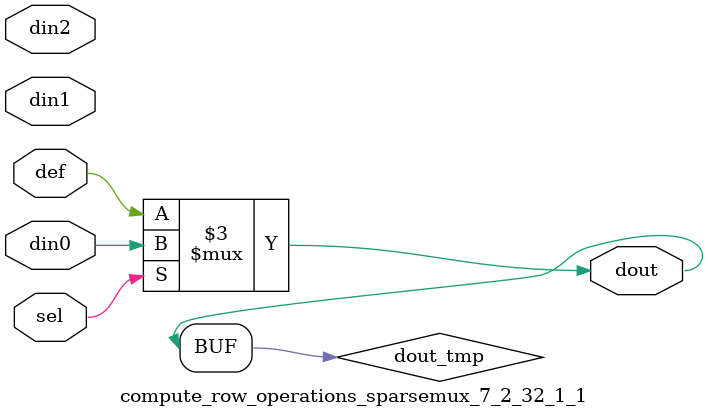
<source format=v>
`timescale 1ns / 1ps

module compute_row_operations_sparsemux_7_2_32_1_1 (din0,din1,din2,def,sel,dout);

parameter din0_WIDTH = 1;

parameter din1_WIDTH = 1;

parameter din2_WIDTH = 1;

parameter def_WIDTH = 1;
parameter sel_WIDTH = 1;
parameter dout_WIDTH = 1;

parameter [sel_WIDTH-1:0] CASE0 = 1;

parameter [sel_WIDTH-1:0] CASE1 = 1;

parameter [sel_WIDTH-1:0] CASE2 = 1;

parameter ID = 1;
parameter NUM_STAGE = 1;



input [din0_WIDTH-1:0] din0;

input [din1_WIDTH-1:0] din1;

input [din2_WIDTH-1:0] din2;

input [def_WIDTH-1:0] def;
input [sel_WIDTH-1:0] sel;

output [dout_WIDTH-1:0] dout;



reg [dout_WIDTH-1:0] dout_tmp;


always @ (*) begin
(* parallel_case *) case (sel)
    
    CASE0 : dout_tmp = din0;
    
    CASE1 : dout_tmp = din1;
    
    CASE2 : dout_tmp = din2;
    
    default : dout_tmp = def;
endcase
end


assign dout = dout_tmp;



endmodule

</source>
